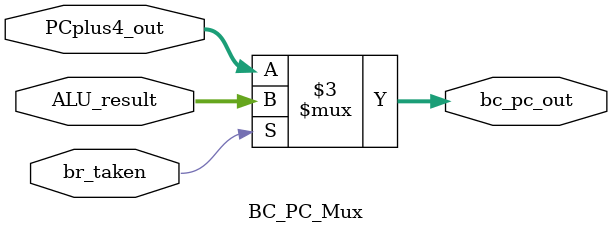
<source format=sv>
module BC_PC_Mux (ALU_result, PCplus4_out, br_taken, bc_pc_out);
input logic [31:0] ALU_result;
input logic [31:0] PCplus4_out;
input logic br_taken;
output logic [31:0] bc_pc_out;
always_comb
begin
        if ( br_taken ) begin
        bc_pc_out = ALU_result;
        end
        else begin
        bc_pc_out = PCplus4_out;
        end
end
endmodule
</source>
